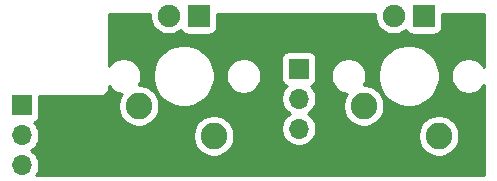
<source format=gbr>
%TF.GenerationSoftware,KiCad,Pcbnew,(5.1.6)-1*%
%TF.CreationDate,2021-09-10T13:09:24-05:00*%
%TF.ProjectId,Pikatea Macropad GB3 Addon,50696b61-7465-4612-904d-6163726f7061,rev?*%
%TF.SameCoordinates,Original*%
%TF.FileFunction,Copper,L2,Bot*%
%TF.FilePolarity,Positive*%
%FSLAX46Y46*%
G04 Gerber Fmt 4.6, Leading zero omitted, Abs format (unit mm)*
G04 Created by KiCad (PCBNEW (5.1.6)-1) date 2021-09-10 13:09:24*
%MOMM*%
%LPD*%
G01*
G04 APERTURE LIST*
%TA.AperFunction,ComponentPad*%
%ADD10O,1.700000X1.700000*%
%TD*%
%TA.AperFunction,ComponentPad*%
%ADD11R,1.700000X1.700000*%
%TD*%
%TA.AperFunction,ComponentPad*%
%ADD12R,1.905000X1.905000*%
%TD*%
%TA.AperFunction,ComponentPad*%
%ADD13C,1.905000*%
%TD*%
%TA.AperFunction,ComponentPad*%
%ADD14C,2.250000*%
%TD*%
%TA.AperFunction,NonConductor*%
%ADD15C,0.254000*%
%TD*%
G04 APERTURE END LIST*
D10*
%TO.P,J4,3*%
%TO.N,/A0*%
X174310000Y-112510000D03*
%TO.P,J4,2*%
%TO.N,/D6*%
X174310000Y-109970000D03*
D11*
%TO.P,J4,1*%
%TO.N,/D8*%
X174310000Y-107430000D03*
%TD*%
D12*
%TO.P,MX5,4*%
%TO.N,Net-(MX4-Pad4)*%
X208320000Y-99840000D03*
D13*
%TO.P,MX5,3*%
%TO.N,Net-(MX5-Pad3)*%
X205780000Y-99840000D03*
D14*
%TO.P,MX5,1*%
%TO.N,/D6*%
X203240000Y-107460000D03*
%TO.P,MX5,2*%
%TO.N,/A0*%
X209590000Y-110000000D03*
%TD*%
D12*
%TO.P,MX4,4*%
%TO.N,Net-(MX4-Pad4)*%
X189270000Y-99840000D03*
D13*
%TO.P,MX4,3*%
%TO.N,Net-(MX4-Pad3)*%
X186730000Y-99840000D03*
D14*
%TO.P,MX4,1*%
%TO.N,/D8*%
X184190000Y-107460000D03*
%TO.P,MX4,2*%
%TO.N,/A0*%
X190540000Y-110000000D03*
%TD*%
D10*
%TO.P,J5,3*%
%TO.N,/A0*%
X197760000Y-109390000D03*
%TO.P,J5,2*%
%TO.N,/D6*%
X197760000Y-106850000D03*
D11*
%TO.P,J5,1*%
%TO.N,/D8*%
X197760000Y-104310000D03*
%TD*%
D15*
G36*
X185142500Y-99683645D02*
G01*
X185142500Y-99996355D01*
X185203507Y-100303057D01*
X185323176Y-100591963D01*
X185496908Y-100851972D01*
X185718028Y-101073092D01*
X185978037Y-101246824D01*
X186266943Y-101366493D01*
X186573645Y-101427500D01*
X186886355Y-101427500D01*
X187193057Y-101366493D01*
X187481963Y-101246824D01*
X187741972Y-101073092D01*
X187745549Y-101069515D01*
X187786963Y-101146994D01*
X187866315Y-101243685D01*
X187963006Y-101323037D01*
X188073320Y-101382002D01*
X188193018Y-101418312D01*
X188317500Y-101430572D01*
X190222500Y-101430572D01*
X190346982Y-101418312D01*
X190466680Y-101382002D01*
X190576994Y-101323037D01*
X190673685Y-101243685D01*
X190753037Y-101146994D01*
X190812002Y-101036680D01*
X190848312Y-100916982D01*
X190860572Y-100792500D01*
X190860572Y-99660000D01*
X204197203Y-99660000D01*
X204192500Y-99683645D01*
X204192500Y-99996355D01*
X204253507Y-100303057D01*
X204373176Y-100591963D01*
X204546908Y-100851972D01*
X204768028Y-101073092D01*
X205028037Y-101246824D01*
X205316943Y-101366493D01*
X205623645Y-101427500D01*
X205936355Y-101427500D01*
X206243057Y-101366493D01*
X206531963Y-101246824D01*
X206791972Y-101073092D01*
X206795549Y-101069515D01*
X206836963Y-101146994D01*
X206916315Y-101243685D01*
X207013006Y-101323037D01*
X207123320Y-101382002D01*
X207243018Y-101418312D01*
X207367500Y-101430572D01*
X209272500Y-101430572D01*
X209396982Y-101418312D01*
X209516680Y-101382002D01*
X209626994Y-101323037D01*
X209723685Y-101243685D01*
X209803037Y-101146994D01*
X209862002Y-101036680D01*
X209898312Y-100916982D01*
X209910572Y-100792500D01*
X209910572Y-99660000D01*
X213440001Y-99660000D01*
X213440001Y-104162627D01*
X213302893Y-103957431D01*
X213092569Y-103747107D01*
X212845253Y-103581856D01*
X212570451Y-103468029D01*
X212278722Y-103410000D01*
X211981278Y-103410000D01*
X211689549Y-103468029D01*
X211414747Y-103581856D01*
X211167431Y-103747107D01*
X210957107Y-103957431D01*
X210791856Y-104204747D01*
X210678029Y-104479549D01*
X210620000Y-104771278D01*
X210620000Y-105068722D01*
X210678029Y-105360451D01*
X210791856Y-105635253D01*
X210957107Y-105882569D01*
X211167431Y-106092893D01*
X211414747Y-106258144D01*
X211689549Y-106371971D01*
X211981278Y-106430000D01*
X212278722Y-106430000D01*
X212570451Y-106371971D01*
X212845253Y-106258144D01*
X213092569Y-106092893D01*
X213302893Y-105882569D01*
X213440001Y-105677373D01*
X213440000Y-113340000D01*
X175541406Y-113340000D01*
X175625990Y-113213411D01*
X175737932Y-112943158D01*
X175795000Y-112656260D01*
X175795000Y-112363740D01*
X175737932Y-112076842D01*
X175625990Y-111806589D01*
X175463475Y-111563368D01*
X175256632Y-111356525D01*
X175082240Y-111240000D01*
X175256632Y-111123475D01*
X175463475Y-110916632D01*
X175625990Y-110673411D01*
X175737932Y-110403158D01*
X175795000Y-110116260D01*
X175795000Y-109826655D01*
X188780000Y-109826655D01*
X188780000Y-110173345D01*
X188847636Y-110513373D01*
X188980308Y-110833673D01*
X189172919Y-111121935D01*
X189418065Y-111367081D01*
X189706327Y-111559692D01*
X190026627Y-111692364D01*
X190366655Y-111760000D01*
X190713345Y-111760000D01*
X191053373Y-111692364D01*
X191373673Y-111559692D01*
X191661935Y-111367081D01*
X191907081Y-111121935D01*
X192099692Y-110833673D01*
X192232364Y-110513373D01*
X192300000Y-110173345D01*
X192300000Y-109826655D01*
X192232364Y-109486627D01*
X192099692Y-109166327D01*
X191907081Y-108878065D01*
X191661935Y-108632919D01*
X191373673Y-108440308D01*
X191053373Y-108307636D01*
X190713345Y-108240000D01*
X190366655Y-108240000D01*
X190026627Y-108307636D01*
X189706327Y-108440308D01*
X189418065Y-108632919D01*
X189172919Y-108878065D01*
X188980308Y-109166327D01*
X188847636Y-109486627D01*
X188780000Y-109826655D01*
X175795000Y-109826655D01*
X175795000Y-109823740D01*
X175737932Y-109536842D01*
X175625990Y-109266589D01*
X175463475Y-109023368D01*
X175331620Y-108891513D01*
X175404180Y-108869502D01*
X175514494Y-108810537D01*
X175611185Y-108731185D01*
X175690537Y-108634494D01*
X175749502Y-108524180D01*
X175785812Y-108404482D01*
X175798072Y-108280000D01*
X175798072Y-106660000D01*
X180967581Y-106660000D01*
X181000000Y-106663193D01*
X181032419Y-106660000D01*
X181129383Y-106650450D01*
X181253793Y-106612710D01*
X181368450Y-106551425D01*
X181468948Y-106468948D01*
X181551425Y-106368450D01*
X181612710Y-106253793D01*
X181650450Y-106129383D01*
X181663193Y-106000000D01*
X181660000Y-105967581D01*
X181660000Y-105752204D01*
X181747107Y-105882569D01*
X181957431Y-106092893D01*
X182204747Y-106258144D01*
X182479549Y-106371971D01*
X182762638Y-106428281D01*
X182630308Y-106626327D01*
X182497636Y-106946627D01*
X182430000Y-107286655D01*
X182430000Y-107633345D01*
X182497636Y-107973373D01*
X182630308Y-108293673D01*
X182822919Y-108581935D01*
X183068065Y-108827081D01*
X183356327Y-109019692D01*
X183676627Y-109152364D01*
X184016655Y-109220000D01*
X184363345Y-109220000D01*
X184703373Y-109152364D01*
X185023673Y-109019692D01*
X185311935Y-108827081D01*
X185557081Y-108581935D01*
X185749692Y-108293673D01*
X185882364Y-107973373D01*
X185950000Y-107633345D01*
X185950000Y-107286655D01*
X185882364Y-106946627D01*
X185749692Y-106626327D01*
X185557081Y-106338065D01*
X185311935Y-106092919D01*
X185023673Y-105900308D01*
X184703373Y-105767636D01*
X184363345Y-105700000D01*
X184214882Y-105700000D01*
X184258144Y-105635253D01*
X184371971Y-105360451D01*
X184430000Y-105068722D01*
X184430000Y-104771278D01*
X184408080Y-104661076D01*
X185371100Y-104661076D01*
X185371100Y-105178924D01*
X185472127Y-105686822D01*
X185670299Y-106165251D01*
X185958000Y-106595826D01*
X186324174Y-106962000D01*
X186754749Y-107249701D01*
X187233178Y-107447873D01*
X187741076Y-107548900D01*
X188258924Y-107548900D01*
X188766822Y-107447873D01*
X189245251Y-107249701D01*
X189675826Y-106962000D01*
X190042000Y-106595826D01*
X190329701Y-106165251D01*
X190527873Y-105686822D01*
X190628900Y-105178924D01*
X190628900Y-104771278D01*
X191570000Y-104771278D01*
X191570000Y-105068722D01*
X191628029Y-105360451D01*
X191741856Y-105635253D01*
X191907107Y-105882569D01*
X192117431Y-106092893D01*
X192364747Y-106258144D01*
X192639549Y-106371971D01*
X192931278Y-106430000D01*
X193228722Y-106430000D01*
X193520451Y-106371971D01*
X193795253Y-106258144D01*
X194042569Y-106092893D01*
X194252893Y-105882569D01*
X194418144Y-105635253D01*
X194531971Y-105360451D01*
X194590000Y-105068722D01*
X194590000Y-104771278D01*
X194531971Y-104479549D01*
X194418144Y-104204747D01*
X194252893Y-103957431D01*
X194042569Y-103747107D01*
X193795253Y-103581856D01*
X193520451Y-103468029D01*
X193480087Y-103460000D01*
X196271928Y-103460000D01*
X196271928Y-105160000D01*
X196284188Y-105284482D01*
X196320498Y-105404180D01*
X196379463Y-105514494D01*
X196458815Y-105611185D01*
X196555506Y-105690537D01*
X196665820Y-105749502D01*
X196738380Y-105771513D01*
X196606525Y-105903368D01*
X196444010Y-106146589D01*
X196332068Y-106416842D01*
X196275000Y-106703740D01*
X196275000Y-106996260D01*
X196332068Y-107283158D01*
X196444010Y-107553411D01*
X196606525Y-107796632D01*
X196813368Y-108003475D01*
X196987760Y-108120000D01*
X196813368Y-108236525D01*
X196606525Y-108443368D01*
X196444010Y-108686589D01*
X196332068Y-108956842D01*
X196275000Y-109243740D01*
X196275000Y-109536260D01*
X196332068Y-109823158D01*
X196444010Y-110093411D01*
X196606525Y-110336632D01*
X196813368Y-110543475D01*
X197056589Y-110705990D01*
X197326842Y-110817932D01*
X197613740Y-110875000D01*
X197906260Y-110875000D01*
X198193158Y-110817932D01*
X198463411Y-110705990D01*
X198706632Y-110543475D01*
X198913475Y-110336632D01*
X199075990Y-110093411D01*
X199186483Y-109826655D01*
X207830000Y-109826655D01*
X207830000Y-110173345D01*
X207897636Y-110513373D01*
X208030308Y-110833673D01*
X208222919Y-111121935D01*
X208468065Y-111367081D01*
X208756327Y-111559692D01*
X209076627Y-111692364D01*
X209416655Y-111760000D01*
X209763345Y-111760000D01*
X210103373Y-111692364D01*
X210423673Y-111559692D01*
X210711935Y-111367081D01*
X210957081Y-111121935D01*
X211149692Y-110833673D01*
X211282364Y-110513373D01*
X211350000Y-110173345D01*
X211350000Y-109826655D01*
X211282364Y-109486627D01*
X211149692Y-109166327D01*
X210957081Y-108878065D01*
X210711935Y-108632919D01*
X210423673Y-108440308D01*
X210103373Y-108307636D01*
X209763345Y-108240000D01*
X209416655Y-108240000D01*
X209076627Y-108307636D01*
X208756327Y-108440308D01*
X208468065Y-108632919D01*
X208222919Y-108878065D01*
X208030308Y-109166327D01*
X207897636Y-109486627D01*
X207830000Y-109826655D01*
X199186483Y-109826655D01*
X199187932Y-109823158D01*
X199245000Y-109536260D01*
X199245000Y-109243740D01*
X199187932Y-108956842D01*
X199075990Y-108686589D01*
X198913475Y-108443368D01*
X198706632Y-108236525D01*
X198532240Y-108120000D01*
X198706632Y-108003475D01*
X198913475Y-107796632D01*
X199075990Y-107553411D01*
X199187932Y-107283158D01*
X199245000Y-106996260D01*
X199245000Y-106703740D01*
X199187932Y-106416842D01*
X199075990Y-106146589D01*
X198913475Y-105903368D01*
X198781620Y-105771513D01*
X198854180Y-105749502D01*
X198964494Y-105690537D01*
X199061185Y-105611185D01*
X199140537Y-105514494D01*
X199199502Y-105404180D01*
X199235812Y-105284482D01*
X199248072Y-105160000D01*
X199248072Y-104771278D01*
X200460000Y-104771278D01*
X200460000Y-105068722D01*
X200518029Y-105360451D01*
X200631856Y-105635253D01*
X200797107Y-105882569D01*
X201007431Y-106092893D01*
X201254747Y-106258144D01*
X201529549Y-106371971D01*
X201812638Y-106428281D01*
X201680308Y-106626327D01*
X201547636Y-106946627D01*
X201480000Y-107286655D01*
X201480000Y-107633345D01*
X201547636Y-107973373D01*
X201680308Y-108293673D01*
X201872919Y-108581935D01*
X202118065Y-108827081D01*
X202406327Y-109019692D01*
X202726627Y-109152364D01*
X203066655Y-109220000D01*
X203413345Y-109220000D01*
X203753373Y-109152364D01*
X204073673Y-109019692D01*
X204361935Y-108827081D01*
X204607081Y-108581935D01*
X204799692Y-108293673D01*
X204932364Y-107973373D01*
X205000000Y-107633345D01*
X205000000Y-107286655D01*
X204932364Y-106946627D01*
X204799692Y-106626327D01*
X204607081Y-106338065D01*
X204361935Y-106092919D01*
X204073673Y-105900308D01*
X203753373Y-105767636D01*
X203413345Y-105700000D01*
X203264882Y-105700000D01*
X203308144Y-105635253D01*
X203421971Y-105360451D01*
X203480000Y-105068722D01*
X203480000Y-104771278D01*
X203458080Y-104661076D01*
X204421100Y-104661076D01*
X204421100Y-105178924D01*
X204522127Y-105686822D01*
X204720299Y-106165251D01*
X205008000Y-106595826D01*
X205374174Y-106962000D01*
X205804749Y-107249701D01*
X206283178Y-107447873D01*
X206791076Y-107548900D01*
X207308924Y-107548900D01*
X207816822Y-107447873D01*
X208295251Y-107249701D01*
X208725826Y-106962000D01*
X209092000Y-106595826D01*
X209379701Y-106165251D01*
X209577873Y-105686822D01*
X209678900Y-105178924D01*
X209678900Y-104661076D01*
X209577873Y-104153178D01*
X209379701Y-103674749D01*
X209092000Y-103244174D01*
X208725826Y-102878000D01*
X208295251Y-102590299D01*
X207816822Y-102392127D01*
X207308924Y-102291100D01*
X206791076Y-102291100D01*
X206283178Y-102392127D01*
X205804749Y-102590299D01*
X205374174Y-102878000D01*
X205008000Y-103244174D01*
X204720299Y-103674749D01*
X204522127Y-104153178D01*
X204421100Y-104661076D01*
X203458080Y-104661076D01*
X203421971Y-104479549D01*
X203308144Y-104204747D01*
X203142893Y-103957431D01*
X202932569Y-103747107D01*
X202685253Y-103581856D01*
X202410451Y-103468029D01*
X202118722Y-103410000D01*
X201821278Y-103410000D01*
X201529549Y-103468029D01*
X201254747Y-103581856D01*
X201007431Y-103747107D01*
X200797107Y-103957431D01*
X200631856Y-104204747D01*
X200518029Y-104479549D01*
X200460000Y-104771278D01*
X199248072Y-104771278D01*
X199248072Y-103460000D01*
X199235812Y-103335518D01*
X199199502Y-103215820D01*
X199140537Y-103105506D01*
X199061185Y-103008815D01*
X198964494Y-102929463D01*
X198854180Y-102870498D01*
X198734482Y-102834188D01*
X198610000Y-102821928D01*
X196910000Y-102821928D01*
X196785518Y-102834188D01*
X196665820Y-102870498D01*
X196555506Y-102929463D01*
X196458815Y-103008815D01*
X196379463Y-103105506D01*
X196320498Y-103215820D01*
X196284188Y-103335518D01*
X196271928Y-103460000D01*
X193480087Y-103460000D01*
X193228722Y-103410000D01*
X192931278Y-103410000D01*
X192639549Y-103468029D01*
X192364747Y-103581856D01*
X192117431Y-103747107D01*
X191907107Y-103957431D01*
X191741856Y-104204747D01*
X191628029Y-104479549D01*
X191570000Y-104771278D01*
X190628900Y-104771278D01*
X190628900Y-104661076D01*
X190527873Y-104153178D01*
X190329701Y-103674749D01*
X190042000Y-103244174D01*
X189675826Y-102878000D01*
X189245251Y-102590299D01*
X188766822Y-102392127D01*
X188258924Y-102291100D01*
X187741076Y-102291100D01*
X187233178Y-102392127D01*
X186754749Y-102590299D01*
X186324174Y-102878000D01*
X185958000Y-103244174D01*
X185670299Y-103674749D01*
X185472127Y-104153178D01*
X185371100Y-104661076D01*
X184408080Y-104661076D01*
X184371971Y-104479549D01*
X184258144Y-104204747D01*
X184092893Y-103957431D01*
X183882569Y-103747107D01*
X183635253Y-103581856D01*
X183360451Y-103468029D01*
X183068722Y-103410000D01*
X182771278Y-103410000D01*
X182479549Y-103468029D01*
X182204747Y-103581856D01*
X181957431Y-103747107D01*
X181747107Y-103957431D01*
X181660000Y-104087796D01*
X181660000Y-99660000D01*
X185147203Y-99660000D01*
X185142500Y-99683645D01*
G37*
X185142500Y-99683645D02*
X185142500Y-99996355D01*
X185203507Y-100303057D01*
X185323176Y-100591963D01*
X185496908Y-100851972D01*
X185718028Y-101073092D01*
X185978037Y-101246824D01*
X186266943Y-101366493D01*
X186573645Y-101427500D01*
X186886355Y-101427500D01*
X187193057Y-101366493D01*
X187481963Y-101246824D01*
X187741972Y-101073092D01*
X187745549Y-101069515D01*
X187786963Y-101146994D01*
X187866315Y-101243685D01*
X187963006Y-101323037D01*
X188073320Y-101382002D01*
X188193018Y-101418312D01*
X188317500Y-101430572D01*
X190222500Y-101430572D01*
X190346982Y-101418312D01*
X190466680Y-101382002D01*
X190576994Y-101323037D01*
X190673685Y-101243685D01*
X190753037Y-101146994D01*
X190812002Y-101036680D01*
X190848312Y-100916982D01*
X190860572Y-100792500D01*
X190860572Y-99660000D01*
X204197203Y-99660000D01*
X204192500Y-99683645D01*
X204192500Y-99996355D01*
X204253507Y-100303057D01*
X204373176Y-100591963D01*
X204546908Y-100851972D01*
X204768028Y-101073092D01*
X205028037Y-101246824D01*
X205316943Y-101366493D01*
X205623645Y-101427500D01*
X205936355Y-101427500D01*
X206243057Y-101366493D01*
X206531963Y-101246824D01*
X206791972Y-101073092D01*
X206795549Y-101069515D01*
X206836963Y-101146994D01*
X206916315Y-101243685D01*
X207013006Y-101323037D01*
X207123320Y-101382002D01*
X207243018Y-101418312D01*
X207367500Y-101430572D01*
X209272500Y-101430572D01*
X209396982Y-101418312D01*
X209516680Y-101382002D01*
X209626994Y-101323037D01*
X209723685Y-101243685D01*
X209803037Y-101146994D01*
X209862002Y-101036680D01*
X209898312Y-100916982D01*
X209910572Y-100792500D01*
X209910572Y-99660000D01*
X213440001Y-99660000D01*
X213440001Y-104162627D01*
X213302893Y-103957431D01*
X213092569Y-103747107D01*
X212845253Y-103581856D01*
X212570451Y-103468029D01*
X212278722Y-103410000D01*
X211981278Y-103410000D01*
X211689549Y-103468029D01*
X211414747Y-103581856D01*
X211167431Y-103747107D01*
X210957107Y-103957431D01*
X210791856Y-104204747D01*
X210678029Y-104479549D01*
X210620000Y-104771278D01*
X210620000Y-105068722D01*
X210678029Y-105360451D01*
X210791856Y-105635253D01*
X210957107Y-105882569D01*
X211167431Y-106092893D01*
X211414747Y-106258144D01*
X211689549Y-106371971D01*
X211981278Y-106430000D01*
X212278722Y-106430000D01*
X212570451Y-106371971D01*
X212845253Y-106258144D01*
X213092569Y-106092893D01*
X213302893Y-105882569D01*
X213440001Y-105677373D01*
X213440000Y-113340000D01*
X175541406Y-113340000D01*
X175625990Y-113213411D01*
X175737932Y-112943158D01*
X175795000Y-112656260D01*
X175795000Y-112363740D01*
X175737932Y-112076842D01*
X175625990Y-111806589D01*
X175463475Y-111563368D01*
X175256632Y-111356525D01*
X175082240Y-111240000D01*
X175256632Y-111123475D01*
X175463475Y-110916632D01*
X175625990Y-110673411D01*
X175737932Y-110403158D01*
X175795000Y-110116260D01*
X175795000Y-109826655D01*
X188780000Y-109826655D01*
X188780000Y-110173345D01*
X188847636Y-110513373D01*
X188980308Y-110833673D01*
X189172919Y-111121935D01*
X189418065Y-111367081D01*
X189706327Y-111559692D01*
X190026627Y-111692364D01*
X190366655Y-111760000D01*
X190713345Y-111760000D01*
X191053373Y-111692364D01*
X191373673Y-111559692D01*
X191661935Y-111367081D01*
X191907081Y-111121935D01*
X192099692Y-110833673D01*
X192232364Y-110513373D01*
X192300000Y-110173345D01*
X192300000Y-109826655D01*
X192232364Y-109486627D01*
X192099692Y-109166327D01*
X191907081Y-108878065D01*
X191661935Y-108632919D01*
X191373673Y-108440308D01*
X191053373Y-108307636D01*
X190713345Y-108240000D01*
X190366655Y-108240000D01*
X190026627Y-108307636D01*
X189706327Y-108440308D01*
X189418065Y-108632919D01*
X189172919Y-108878065D01*
X188980308Y-109166327D01*
X188847636Y-109486627D01*
X188780000Y-109826655D01*
X175795000Y-109826655D01*
X175795000Y-109823740D01*
X175737932Y-109536842D01*
X175625990Y-109266589D01*
X175463475Y-109023368D01*
X175331620Y-108891513D01*
X175404180Y-108869502D01*
X175514494Y-108810537D01*
X175611185Y-108731185D01*
X175690537Y-108634494D01*
X175749502Y-108524180D01*
X175785812Y-108404482D01*
X175798072Y-108280000D01*
X175798072Y-106660000D01*
X180967581Y-106660000D01*
X181000000Y-106663193D01*
X181032419Y-106660000D01*
X181129383Y-106650450D01*
X181253793Y-106612710D01*
X181368450Y-106551425D01*
X181468948Y-106468948D01*
X181551425Y-106368450D01*
X181612710Y-106253793D01*
X181650450Y-106129383D01*
X181663193Y-106000000D01*
X181660000Y-105967581D01*
X181660000Y-105752204D01*
X181747107Y-105882569D01*
X181957431Y-106092893D01*
X182204747Y-106258144D01*
X182479549Y-106371971D01*
X182762638Y-106428281D01*
X182630308Y-106626327D01*
X182497636Y-106946627D01*
X182430000Y-107286655D01*
X182430000Y-107633345D01*
X182497636Y-107973373D01*
X182630308Y-108293673D01*
X182822919Y-108581935D01*
X183068065Y-108827081D01*
X183356327Y-109019692D01*
X183676627Y-109152364D01*
X184016655Y-109220000D01*
X184363345Y-109220000D01*
X184703373Y-109152364D01*
X185023673Y-109019692D01*
X185311935Y-108827081D01*
X185557081Y-108581935D01*
X185749692Y-108293673D01*
X185882364Y-107973373D01*
X185950000Y-107633345D01*
X185950000Y-107286655D01*
X185882364Y-106946627D01*
X185749692Y-106626327D01*
X185557081Y-106338065D01*
X185311935Y-106092919D01*
X185023673Y-105900308D01*
X184703373Y-105767636D01*
X184363345Y-105700000D01*
X184214882Y-105700000D01*
X184258144Y-105635253D01*
X184371971Y-105360451D01*
X184430000Y-105068722D01*
X184430000Y-104771278D01*
X184408080Y-104661076D01*
X185371100Y-104661076D01*
X185371100Y-105178924D01*
X185472127Y-105686822D01*
X185670299Y-106165251D01*
X185958000Y-106595826D01*
X186324174Y-106962000D01*
X186754749Y-107249701D01*
X187233178Y-107447873D01*
X187741076Y-107548900D01*
X188258924Y-107548900D01*
X188766822Y-107447873D01*
X189245251Y-107249701D01*
X189675826Y-106962000D01*
X190042000Y-106595826D01*
X190329701Y-106165251D01*
X190527873Y-105686822D01*
X190628900Y-105178924D01*
X190628900Y-104771278D01*
X191570000Y-104771278D01*
X191570000Y-105068722D01*
X191628029Y-105360451D01*
X191741856Y-105635253D01*
X191907107Y-105882569D01*
X192117431Y-106092893D01*
X192364747Y-106258144D01*
X192639549Y-106371971D01*
X192931278Y-106430000D01*
X193228722Y-106430000D01*
X193520451Y-106371971D01*
X193795253Y-106258144D01*
X194042569Y-106092893D01*
X194252893Y-105882569D01*
X194418144Y-105635253D01*
X194531971Y-105360451D01*
X194590000Y-105068722D01*
X194590000Y-104771278D01*
X194531971Y-104479549D01*
X194418144Y-104204747D01*
X194252893Y-103957431D01*
X194042569Y-103747107D01*
X193795253Y-103581856D01*
X193520451Y-103468029D01*
X193480087Y-103460000D01*
X196271928Y-103460000D01*
X196271928Y-105160000D01*
X196284188Y-105284482D01*
X196320498Y-105404180D01*
X196379463Y-105514494D01*
X196458815Y-105611185D01*
X196555506Y-105690537D01*
X196665820Y-105749502D01*
X196738380Y-105771513D01*
X196606525Y-105903368D01*
X196444010Y-106146589D01*
X196332068Y-106416842D01*
X196275000Y-106703740D01*
X196275000Y-106996260D01*
X196332068Y-107283158D01*
X196444010Y-107553411D01*
X196606525Y-107796632D01*
X196813368Y-108003475D01*
X196987760Y-108120000D01*
X196813368Y-108236525D01*
X196606525Y-108443368D01*
X196444010Y-108686589D01*
X196332068Y-108956842D01*
X196275000Y-109243740D01*
X196275000Y-109536260D01*
X196332068Y-109823158D01*
X196444010Y-110093411D01*
X196606525Y-110336632D01*
X196813368Y-110543475D01*
X197056589Y-110705990D01*
X197326842Y-110817932D01*
X197613740Y-110875000D01*
X197906260Y-110875000D01*
X198193158Y-110817932D01*
X198463411Y-110705990D01*
X198706632Y-110543475D01*
X198913475Y-110336632D01*
X199075990Y-110093411D01*
X199186483Y-109826655D01*
X207830000Y-109826655D01*
X207830000Y-110173345D01*
X207897636Y-110513373D01*
X208030308Y-110833673D01*
X208222919Y-111121935D01*
X208468065Y-111367081D01*
X208756327Y-111559692D01*
X209076627Y-111692364D01*
X209416655Y-111760000D01*
X209763345Y-111760000D01*
X210103373Y-111692364D01*
X210423673Y-111559692D01*
X210711935Y-111367081D01*
X210957081Y-111121935D01*
X211149692Y-110833673D01*
X211282364Y-110513373D01*
X211350000Y-110173345D01*
X211350000Y-109826655D01*
X211282364Y-109486627D01*
X211149692Y-109166327D01*
X210957081Y-108878065D01*
X210711935Y-108632919D01*
X210423673Y-108440308D01*
X210103373Y-108307636D01*
X209763345Y-108240000D01*
X209416655Y-108240000D01*
X209076627Y-108307636D01*
X208756327Y-108440308D01*
X208468065Y-108632919D01*
X208222919Y-108878065D01*
X208030308Y-109166327D01*
X207897636Y-109486627D01*
X207830000Y-109826655D01*
X199186483Y-109826655D01*
X199187932Y-109823158D01*
X199245000Y-109536260D01*
X199245000Y-109243740D01*
X199187932Y-108956842D01*
X199075990Y-108686589D01*
X198913475Y-108443368D01*
X198706632Y-108236525D01*
X198532240Y-108120000D01*
X198706632Y-108003475D01*
X198913475Y-107796632D01*
X199075990Y-107553411D01*
X199187932Y-107283158D01*
X199245000Y-106996260D01*
X199245000Y-106703740D01*
X199187932Y-106416842D01*
X199075990Y-106146589D01*
X198913475Y-105903368D01*
X198781620Y-105771513D01*
X198854180Y-105749502D01*
X198964494Y-105690537D01*
X199061185Y-105611185D01*
X199140537Y-105514494D01*
X199199502Y-105404180D01*
X199235812Y-105284482D01*
X199248072Y-105160000D01*
X199248072Y-104771278D01*
X200460000Y-104771278D01*
X200460000Y-105068722D01*
X200518029Y-105360451D01*
X200631856Y-105635253D01*
X200797107Y-105882569D01*
X201007431Y-106092893D01*
X201254747Y-106258144D01*
X201529549Y-106371971D01*
X201812638Y-106428281D01*
X201680308Y-106626327D01*
X201547636Y-106946627D01*
X201480000Y-107286655D01*
X201480000Y-107633345D01*
X201547636Y-107973373D01*
X201680308Y-108293673D01*
X201872919Y-108581935D01*
X202118065Y-108827081D01*
X202406327Y-109019692D01*
X202726627Y-109152364D01*
X203066655Y-109220000D01*
X203413345Y-109220000D01*
X203753373Y-109152364D01*
X204073673Y-109019692D01*
X204361935Y-108827081D01*
X204607081Y-108581935D01*
X204799692Y-108293673D01*
X204932364Y-107973373D01*
X205000000Y-107633345D01*
X205000000Y-107286655D01*
X204932364Y-106946627D01*
X204799692Y-106626327D01*
X204607081Y-106338065D01*
X204361935Y-106092919D01*
X204073673Y-105900308D01*
X203753373Y-105767636D01*
X203413345Y-105700000D01*
X203264882Y-105700000D01*
X203308144Y-105635253D01*
X203421971Y-105360451D01*
X203480000Y-105068722D01*
X203480000Y-104771278D01*
X203458080Y-104661076D01*
X204421100Y-104661076D01*
X204421100Y-105178924D01*
X204522127Y-105686822D01*
X204720299Y-106165251D01*
X205008000Y-106595826D01*
X205374174Y-106962000D01*
X205804749Y-107249701D01*
X206283178Y-107447873D01*
X206791076Y-107548900D01*
X207308924Y-107548900D01*
X207816822Y-107447873D01*
X208295251Y-107249701D01*
X208725826Y-106962000D01*
X209092000Y-106595826D01*
X209379701Y-106165251D01*
X209577873Y-105686822D01*
X209678900Y-105178924D01*
X209678900Y-104661076D01*
X209577873Y-104153178D01*
X209379701Y-103674749D01*
X209092000Y-103244174D01*
X208725826Y-102878000D01*
X208295251Y-102590299D01*
X207816822Y-102392127D01*
X207308924Y-102291100D01*
X206791076Y-102291100D01*
X206283178Y-102392127D01*
X205804749Y-102590299D01*
X205374174Y-102878000D01*
X205008000Y-103244174D01*
X204720299Y-103674749D01*
X204522127Y-104153178D01*
X204421100Y-104661076D01*
X203458080Y-104661076D01*
X203421971Y-104479549D01*
X203308144Y-104204747D01*
X203142893Y-103957431D01*
X202932569Y-103747107D01*
X202685253Y-103581856D01*
X202410451Y-103468029D01*
X202118722Y-103410000D01*
X201821278Y-103410000D01*
X201529549Y-103468029D01*
X201254747Y-103581856D01*
X201007431Y-103747107D01*
X200797107Y-103957431D01*
X200631856Y-104204747D01*
X200518029Y-104479549D01*
X200460000Y-104771278D01*
X199248072Y-104771278D01*
X199248072Y-103460000D01*
X199235812Y-103335518D01*
X199199502Y-103215820D01*
X199140537Y-103105506D01*
X199061185Y-103008815D01*
X198964494Y-102929463D01*
X198854180Y-102870498D01*
X198734482Y-102834188D01*
X198610000Y-102821928D01*
X196910000Y-102821928D01*
X196785518Y-102834188D01*
X196665820Y-102870498D01*
X196555506Y-102929463D01*
X196458815Y-103008815D01*
X196379463Y-103105506D01*
X196320498Y-103215820D01*
X196284188Y-103335518D01*
X196271928Y-103460000D01*
X193480087Y-103460000D01*
X193228722Y-103410000D01*
X192931278Y-103410000D01*
X192639549Y-103468029D01*
X192364747Y-103581856D01*
X192117431Y-103747107D01*
X191907107Y-103957431D01*
X191741856Y-104204747D01*
X191628029Y-104479549D01*
X191570000Y-104771278D01*
X190628900Y-104771278D01*
X190628900Y-104661076D01*
X190527873Y-104153178D01*
X190329701Y-103674749D01*
X190042000Y-103244174D01*
X189675826Y-102878000D01*
X189245251Y-102590299D01*
X188766822Y-102392127D01*
X188258924Y-102291100D01*
X187741076Y-102291100D01*
X187233178Y-102392127D01*
X186754749Y-102590299D01*
X186324174Y-102878000D01*
X185958000Y-103244174D01*
X185670299Y-103674749D01*
X185472127Y-104153178D01*
X185371100Y-104661076D01*
X184408080Y-104661076D01*
X184371971Y-104479549D01*
X184258144Y-104204747D01*
X184092893Y-103957431D01*
X183882569Y-103747107D01*
X183635253Y-103581856D01*
X183360451Y-103468029D01*
X183068722Y-103410000D01*
X182771278Y-103410000D01*
X182479549Y-103468029D01*
X182204747Y-103581856D01*
X181957431Y-103747107D01*
X181747107Y-103957431D01*
X181660000Y-104087796D01*
X181660000Y-99660000D01*
X185147203Y-99660000D01*
X185142500Y-99683645D01*
M02*

</source>
